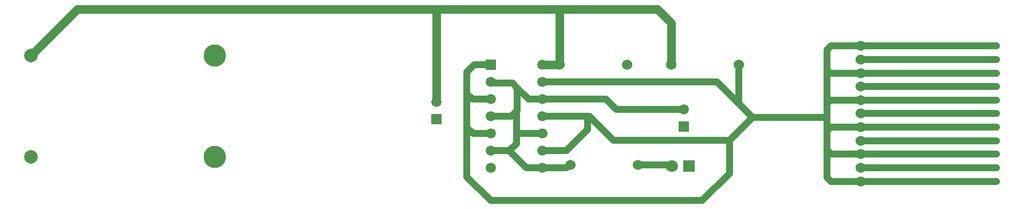
<source format=gtl>
G04*
G04 #@! TF.GenerationSoftware,Altium Limited,Altium Designer,20.0.13 (296)*
G04*
G04 Layer_Physical_Order=1*
G04 Layer_Color=255*
%FSLAX25Y25*%
%MOIN*%
G70*
G01*
G75*
%ADD23C,0.03937*%
%ADD24C,0.05000*%
%ADD25C,0.05906*%
%ADD26R,0.05906X0.05906*%
%ADD27C,0.06000*%
%ADD28R,0.05906X0.05906*%
%ADD29C,0.07874*%
%ADD30C,0.12992*%
%ADD31C,0.07087*%
%ADD32R,0.07087X0.07087*%
D23*
X586614Y161417D02*
X586614Y161417D01*
X543307Y161417D02*
X586614D01*
X606500Y124256D02*
X685240D01*
X606500Y132130D02*
X685240D01*
X606500Y140004D02*
X685240D01*
X606500Y147878D02*
X685240D01*
X606500Y155752D02*
X685240D01*
X606500Y163626D02*
X685240D01*
X606500Y171500D02*
X685240D01*
X606500Y179374D02*
X685240D01*
X606500Y202996D02*
X685240D01*
X606500Y195122D02*
X685240D01*
X606500Y187248D02*
X685240D01*
X447244Y161008D02*
X448236Y162000D01*
X447244Y154331D02*
Y161008D01*
X434913Y142000D02*
X447244Y154331D01*
X421000Y142000D02*
X434913D01*
X462205Y148031D02*
X529921D01*
X448236Y162000D02*
X462205Y148031D01*
X529921D02*
Y148031D01*
Y128740D02*
Y148031D01*
X535291Y169433D02*
X543307Y161417D01*
X529921Y148031D02*
X543307Y161417D01*
X514173Y112992D02*
X529921Y128740D01*
X390945Y112992D02*
X514173D01*
X377165Y126772D02*
X390945Y112992D01*
X377165Y126772D02*
Y155512D01*
X421000Y162000D02*
X448236D01*
X522724Y182000D02*
X535291Y169433D01*
X421000Y182000D02*
X522724D01*
X421000Y162000D02*
X421189Y161811D01*
X377165Y175197D02*
Y187795D01*
Y155512D02*
Y175197D01*
Y155512D02*
X380677Y152000D01*
X391000D01*
X380362Y172000D02*
X391000D01*
X377165Y175197D02*
X380362Y172000D01*
X377165Y187795D02*
X381370Y192000D01*
X391000D01*
X401842Y142000D02*
X411842Y132000D01*
X421000D01*
X405905Y151969D02*
Y164961D01*
Y146063D02*
Y151969D01*
X405937Y152000D01*
X421000D01*
X402945Y162000D02*
X405905Y164961D01*
X406299Y165354D01*
X401842Y142000D02*
X405905Y146063D01*
X391000Y142000D02*
X401842D01*
X406496Y178543D02*
X413039Y172000D01*
X403543Y181496D02*
X406496Y178543D01*
X406299Y178347D02*
X406496Y178543D01*
X406299Y165354D02*
Y178347D01*
X391000Y162000D02*
X402945D01*
X392896Y181496D02*
X403543D01*
X392769Y181623D02*
X392896Y181496D01*
X391377Y181623D02*
X392769D01*
X391000Y182000D02*
X391377Y181623D01*
X413039Y172000D02*
X421000D01*
X457921D02*
X463921Y166000D01*
X421000Y172000D02*
X457921D01*
X463921Y166000D02*
X503500D01*
X495648Y133000D02*
X496500D01*
X494790Y133858D02*
X495648Y133000D01*
X476772Y133858D02*
X494790D01*
X436843D02*
X437402D01*
X434985Y132000D02*
X436843Y133858D01*
X421000Y132000D02*
X434985D01*
X586614Y161417D02*
Y169291D01*
Y153543D02*
Y161417D01*
X535291Y169433D02*
Y192000D01*
X586614Y126562D02*
Y142310D01*
Y126562D02*
X588920Y124256D01*
X606500D01*
X586614Y142310D02*
Y153543D01*
X588823Y155752D01*
X586614Y142310D02*
X588920Y140004D01*
X606500D01*
X586614Y169291D02*
Y188976D01*
Y169291D02*
X588823Y171500D01*
X588823Y155752D02*
X606500D01*
X588823Y171500D02*
X606500D01*
X586614Y188976D02*
X588343Y187248D01*
X606500D01*
X586614Y188976D02*
Y200690D01*
X588920Y202996D01*
X606500D01*
D24*
X358268Y224410D02*
X431102D01*
X358268D02*
X359500Y223177D01*
X150386Y224410D02*
X358268D01*
X431102D02*
X488189D01*
X431102Y192126D02*
Y224410D01*
X430976Y192000D02*
X431102Y192126D01*
X421000Y192000D02*
X430976D01*
X496063Y192142D02*
Y216535D01*
X495921Y192000D02*
X496063Y192142D01*
X488189Y224410D02*
X496063Y216535D01*
X359500Y170500D02*
Y223177D01*
X421000Y192000D02*
X421173Y192173D01*
X123492Y197516D02*
X150386Y224410D01*
D25*
X421000Y132000D02*
D03*
Y142000D02*
D03*
Y152000D02*
D03*
Y162000D02*
D03*
Y172000D02*
D03*
Y182000D02*
D03*
Y192000D02*
D03*
X391000Y132000D02*
D03*
Y142000D02*
D03*
Y152000D02*
D03*
Y162000D02*
D03*
Y172000D02*
D03*
Y182000D02*
D03*
X359500Y170500D02*
D03*
X503500Y166000D02*
D03*
D26*
X391000Y192000D02*
D03*
D27*
X476772Y133858D02*
D03*
X437402D02*
D03*
X535291Y192000D02*
D03*
X495921D02*
D03*
X606500Y171500D02*
D03*
Y179374D02*
D03*
Y187248D02*
D03*
Y195122D02*
D03*
Y202996D02*
D03*
Y163626D02*
D03*
Y155752D02*
D03*
Y147878D02*
D03*
Y140004D02*
D03*
Y132130D02*
D03*
Y124256D02*
D03*
X431102Y192126D02*
D03*
X470472D02*
D03*
D28*
X359500Y160500D02*
D03*
X503500Y156000D02*
D03*
D29*
X123492Y138500D02*
D03*
Y197516D02*
D03*
D30*
X230500Y138500D02*
D03*
Y197516D02*
D03*
D31*
X496500Y133000D02*
D03*
D32*
X506500D02*
D03*
M02*

</source>
